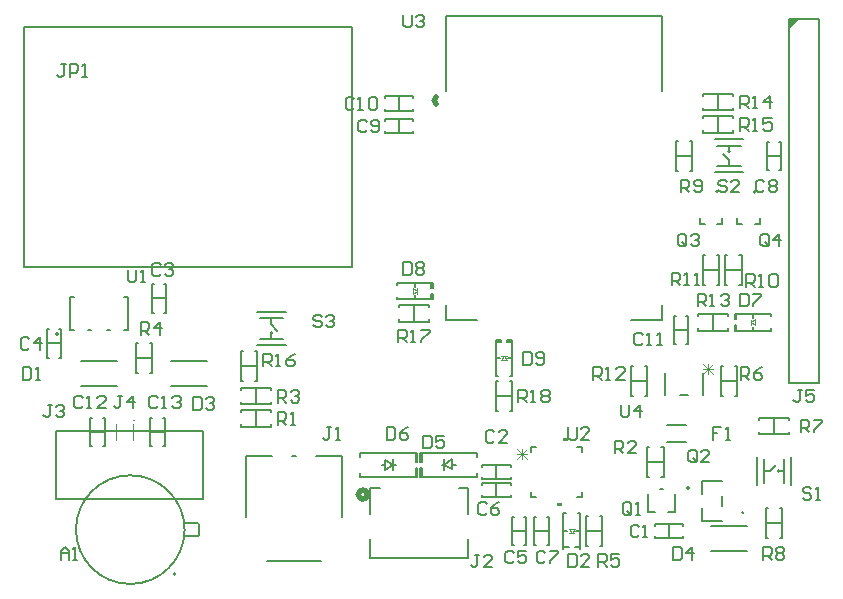
<source format=gto>
G04*
G04 #@! TF.GenerationSoftware,Altium Limited,Altium Designer,23.3.1 (30)*
G04*
G04 Layer_Color=8454143*
%FSLAX44Y44*%
%MOMM*%
G71*
G04*
G04 #@! TF.SameCoordinates,049E622D-B5B7-477E-837E-60E0A1272B7F*
G04*
G04*
G04 #@! TF.FilePolarity,Positive*
G04*
G01*
G75*
%ADD10C,0.5080*%
%ADD11C,0.1524*%
%ADD12C,0.1000*%
%ADD13C,0.2000*%
%ADD14C,0.1270*%
%ADD15C,0.1500*%
%ADD16C,0.0762*%
G36*
X474306Y61413D02*
X470496D01*
Y58873D01*
X474306D01*
Y61413D01*
D02*
G37*
G36*
X479307Y114499D02*
X475497D01*
Y117039D01*
X479307D01*
Y114499D01*
D02*
G37*
G36*
X667150Y471800D02*
Y462800D01*
X676150Y471800D01*
X667150D01*
D02*
G37*
D10*
X309865Y68906D02*
G03*
X309865Y68906I-3810J0D01*
G01*
X367805Y405486D02*
G03*
X367805Y399693I2475J-2896D01*
G01*
D11*
X638222Y325247D02*
G03*
X638222Y325247I-762J0D01*
G01*
X48133Y204597D02*
G03*
X48133Y204597I-1270J0D01*
G01*
X582803Y74549D02*
G03*
X582803Y74549I-1270J0D01*
G01*
X628396Y53500D02*
G03*
X628396Y53500I-762J0D01*
G01*
X606472Y325247D02*
G03*
X606472Y325247I-762J0D01*
G01*
X312405Y15240D02*
X394955D01*
Y31110D01*
X387227Y74676D02*
X394955D01*
X312405Y52702D02*
Y74676D01*
X320133D01*
X312405Y15240D02*
Y31110D01*
X394955Y52702D02*
Y74676D01*
X637820Y297815D02*
X641985D01*
X622935D02*
Y303231D01*
Y297815D02*
X627101D01*
X641985D02*
Y303231D01*
X376630Y216775D02*
X403021D01*
X559256D02*
Y229717D01*
X376630Y474331D02*
X559256D01*
X376630Y410362D02*
Y474331D01*
Y216775D02*
Y229717D01*
X559256Y410362D02*
Y474331D01*
X532865Y216775D02*
X559256D01*
X245931Y101473D02*
X249370D01*
X206883D02*
X229370D01*
X206883Y49548D02*
Y101473D01*
X265931D02*
X288417D01*
Y49548D02*
Y101473D01*
X224970Y12827D02*
X270330D01*
X143510Y182245D02*
X173990D01*
X143510Y160655D02*
X173990D01*
X67310D02*
X97790D01*
X67310Y182245D02*
X97790D01*
X103544Y208026D02*
X106807D01*
X88925D02*
X91556D01*
X73544D02*
X76175D01*
X58293D02*
Y236474D01*
X103544D02*
X106807D01*
Y208026D02*
Y236474D01*
X58293Y208026D02*
X61556D01*
X58293Y236474D02*
X61556D01*
X564160Y53721D02*
X570103D01*
X557659Y73279D02*
X559941D01*
X547497Y53721D02*
Y69659D01*
Y53721D02*
X553441D01*
X570103D02*
Y69659D01*
X593090Y46736D02*
Y57379D01*
X609854Y59621D02*
Y67379D01*
X593090Y80264D02*
X609854D01*
X593090Y69621D02*
Y80264D01*
Y46736D02*
X609854D01*
X600710Y42545D02*
X631190D01*
X600710Y20955D02*
X631190D01*
X593598Y153289D02*
Y171831D01*
X574472Y153289D02*
X581229D01*
X562102D02*
Y171831D01*
X491109Y105057D02*
Y109165D01*
X487001Y66747D02*
X491109D01*
X448691D02*
Y70855D01*
Y105057D02*
Y109165D01*
X487001D02*
X491109D01*
Y66747D02*
Y70855D01*
X448691Y66747D02*
X452799D01*
X448691Y109165D02*
X452799D01*
X610235Y297815D02*
Y303231D01*
X591185Y297815D02*
X595351D01*
X591185D02*
Y303231D01*
X606069Y297815D02*
X610235D01*
X54358Y433322D02*
X50803D01*
X52580D01*
Y424435D01*
X50803Y422658D01*
X49026D01*
X47248Y424435D01*
X57913Y422658D02*
Y433322D01*
X63245D01*
X65022Y431545D01*
Y427990D01*
X63245Y426213D01*
X57913D01*
X68577Y422658D02*
X72132D01*
X70354D01*
Y433322D01*
X68577Y431545D01*
X568963Y24382D02*
Y13718D01*
X574295D01*
X576073Y15495D01*
Y22605D01*
X574295Y24382D01*
X568963D01*
X584960Y13718D02*
Y24382D01*
X579627Y19050D01*
X586737D01*
X524513Y145032D02*
Y136145D01*
X526290Y134368D01*
X529845D01*
X531623Y136145D01*
Y145032D01*
X540510Y134368D02*
Y145032D01*
X535177Y139700D01*
X542287D01*
X340363Y475232D02*
Y466345D01*
X342140Y464568D01*
X345695D01*
X347473Y466345D01*
Y475232D01*
X351027Y473455D02*
X352805Y475232D01*
X356360D01*
X358137Y473455D01*
Y471677D01*
X356360Y469900D01*
X354582D01*
X356360D01*
X358137Y468123D01*
Y466345D01*
X356360Y464568D01*
X352805D01*
X351027Y466345D01*
X480063Y125982D02*
Y117095D01*
X481840Y115318D01*
X485395D01*
X487173Y117095D01*
Y125982D01*
X497837Y115318D02*
X490728D01*
X497837Y122427D01*
Y124205D01*
X496060Y125982D01*
X492505D01*
X490728Y124205D01*
X107190Y259332D02*
Y250445D01*
X108968Y248668D01*
X112522D01*
X114300Y250445D01*
Y259332D01*
X117855Y248668D02*
X121410D01*
X119632D01*
Y259332D01*
X117855Y257555D01*
X271273Y219455D02*
X269495Y221232D01*
X265940D01*
X264163Y219455D01*
Y217677D01*
X265940Y215900D01*
X269495D01*
X271273Y214123D01*
Y212345D01*
X269495Y210568D01*
X265940D01*
X264163Y212345D01*
X274827Y219455D02*
X276605Y221232D01*
X280160D01*
X281937Y219455D01*
Y217677D01*
X280160Y215900D01*
X278382D01*
X280160D01*
X281937Y214123D01*
Y212345D01*
X280160Y210568D01*
X276605D01*
X274827Y212345D01*
X614173Y333755D02*
X612395Y335532D01*
X608840D01*
X607063Y333755D01*
Y331977D01*
X608840Y330200D01*
X612395D01*
X614173Y328423D01*
Y326645D01*
X612395Y324868D01*
X608840D01*
X607063Y326645D01*
X624837Y324868D02*
X617728D01*
X624837Y331977D01*
Y333755D01*
X623060Y335532D01*
X619505D01*
X617728Y333755D01*
X685800Y73405D02*
X684023Y75182D01*
X680468D01*
X678690Y73405D01*
Y71627D01*
X680468Y69850D01*
X684023D01*
X685800Y68073D01*
Y66295D01*
X684023Y64518D01*
X680468D01*
X678690Y66295D01*
X689355Y64518D02*
X692910D01*
X691132D01*
Y75182D01*
X689355Y73405D01*
X437519Y147068D02*
Y157732D01*
X442852D01*
X444629Y155955D01*
Y152400D01*
X442852Y150623D01*
X437519D01*
X441074D02*
X444629Y147068D01*
X448184D02*
X451739D01*
X449961D01*
Y157732D01*
X448184Y155955D01*
X457071D02*
X458848Y157732D01*
X462403D01*
X464181Y155955D01*
Y154177D01*
X462403Y152400D01*
X464181Y150623D01*
Y148845D01*
X462403Y147068D01*
X458848D01*
X457071Y148845D01*
Y150623D01*
X458848Y152400D01*
X457071Y154177D01*
Y155955D01*
X458848Y152400D02*
X462403D01*
X335919Y197868D02*
Y208532D01*
X341252D01*
X343029Y206755D01*
Y203200D01*
X341252Y201423D01*
X335919D01*
X339474D02*
X343029Y197868D01*
X346584D02*
X350139D01*
X348361D01*
Y208532D01*
X346584Y206755D01*
X355471Y208532D02*
X362581D01*
Y206755D01*
X355471Y199645D01*
Y197868D01*
X221619Y177548D02*
Y188212D01*
X226952D01*
X228729Y186435D01*
Y182880D01*
X226952Y181103D01*
X221619D01*
X225174D02*
X228729Y177548D01*
X232284D02*
X235839D01*
X234061D01*
Y188212D01*
X232284Y186435D01*
X248281Y188212D02*
X244726Y186435D01*
X241171Y182880D01*
Y179325D01*
X242948Y177548D01*
X246503D01*
X248281Y179325D01*
Y181103D01*
X246503Y182880D01*
X241171D01*
X625479Y376938D02*
Y387602D01*
X630812D01*
X632589Y385825D01*
Y382270D01*
X630812Y380493D01*
X625479D01*
X629034D02*
X632589Y376938D01*
X636144D02*
X639699D01*
X637921D01*
Y387602D01*
X636144Y385825D01*
X652141Y387602D02*
X645031D01*
Y382270D01*
X648586Y384047D01*
X650363D01*
X652141Y382270D01*
Y378715D01*
X650363Y376938D01*
X646808D01*
X645031Y378715D01*
X625479Y395988D02*
Y406652D01*
X630812D01*
X632589Y404875D01*
Y401320D01*
X630812Y399543D01*
X625479D01*
X629034D02*
X632589Y395988D01*
X636144D02*
X639699D01*
X637921D01*
Y406652D01*
X636144Y404875D01*
X650363Y395988D02*
Y406652D01*
X645031Y401320D01*
X652141D01*
X589439Y228328D02*
Y238992D01*
X594772D01*
X596549Y237215D01*
Y233660D01*
X594772Y231883D01*
X589439D01*
X592994D02*
X596549Y228328D01*
X600104D02*
X603659D01*
X601881D01*
Y238992D01*
X600104Y237215D01*
X608991D02*
X610769Y238992D01*
X614323D01*
X616101Y237215D01*
Y235437D01*
X614323Y233660D01*
X612546D01*
X614323D01*
X616101Y231883D01*
Y230105D01*
X614323Y228328D01*
X610769D01*
X608991Y230105D01*
X501019Y166118D02*
Y176782D01*
X506352D01*
X508129Y175005D01*
Y171450D01*
X506352Y169673D01*
X501019D01*
X504574D02*
X508129Y166118D01*
X511684D02*
X515239D01*
X513461D01*
Y176782D01*
X511684Y175005D01*
X527681Y166118D02*
X520571D01*
X527681Y173227D01*
Y175005D01*
X525903Y176782D01*
X522349D01*
X520571Y175005D01*
X567567Y246128D02*
Y256792D01*
X572899D01*
X574676Y255015D01*
Y251460D01*
X572899Y249683D01*
X567567D01*
X571122D02*
X574676Y246128D01*
X578231D02*
X581786D01*
X580009D01*
Y256792D01*
X578231Y255015D01*
X587118Y246128D02*
X590673D01*
X588896D01*
Y256792D01*
X587118Y255015D01*
X630559Y244858D02*
Y255522D01*
X635892D01*
X637669Y253745D01*
Y250190D01*
X635892Y248413D01*
X630559D01*
X634114D02*
X637669Y244858D01*
X641224D02*
X644779D01*
X643001D01*
Y255522D01*
X641224Y253745D01*
X650111D02*
X651888Y255522D01*
X655443D01*
X657221Y253745D01*
Y246635D01*
X655443Y244858D01*
X651888D01*
X650111Y246635D01*
Y253745D01*
X575313Y324868D02*
Y335532D01*
X580645D01*
X582423Y333755D01*
Y330200D01*
X580645Y328423D01*
X575313D01*
X578868D02*
X582423Y324868D01*
X585978Y326645D02*
X587755Y324868D01*
X591310D01*
X593087Y326645D01*
Y333755D01*
X591310Y335532D01*
X587755D01*
X585978Y333755D01*
Y331977D01*
X587755Y330200D01*
X593087D01*
X645163Y13718D02*
Y24382D01*
X650495D01*
X652273Y22605D01*
Y19050D01*
X650495Y17273D01*
X645163D01*
X648718D02*
X652273Y13718D01*
X655827Y22605D02*
X657605Y24382D01*
X661160D01*
X662937Y22605D01*
Y20827D01*
X661160Y19050D01*
X662937Y17273D01*
Y15495D01*
X661160Y13718D01*
X657605D01*
X655827Y15495D01*
Y17273D01*
X657605Y19050D01*
X655827Y20827D01*
Y22605D01*
X657605Y19050D02*
X661160D01*
X676913Y121668D02*
Y132332D01*
X682245D01*
X684023Y130555D01*
Y127000D01*
X682245Y125223D01*
X676913D01*
X680468D02*
X684023Y121668D01*
X687578Y132332D02*
X694687D01*
Y130555D01*
X687578Y123445D01*
Y121668D01*
X626113Y166118D02*
Y176782D01*
X631445D01*
X633223Y175005D01*
Y171450D01*
X631445Y169673D01*
X626113D01*
X629668D02*
X633223Y166118D01*
X643887Y176782D02*
X640332Y175005D01*
X636777Y171450D01*
Y167895D01*
X638555Y166118D01*
X642110D01*
X643887Y167895D01*
Y169673D01*
X642110Y171450D01*
X636777D01*
X505463Y7874D02*
Y18539D01*
X510795D01*
X512573Y16761D01*
Y13206D01*
X510795Y11429D01*
X505463D01*
X509018D02*
X512573Y7874D01*
X523237Y18539D02*
X516128D01*
Y13206D01*
X519682Y14984D01*
X521460D01*
X523237Y13206D01*
Y9651D01*
X521460Y7874D01*
X517905D01*
X516128Y9651D01*
X118113Y204218D02*
Y214882D01*
X123445D01*
X125223Y213105D01*
Y209550D01*
X123445Y207773D01*
X118113D01*
X121668D02*
X125223Y204218D01*
X134110D02*
Y214882D01*
X128777Y209550D01*
X135887D01*
X234190Y146797D02*
Y157462D01*
X239523D01*
X241300Y155684D01*
Y152129D01*
X239523Y150352D01*
X234190D01*
X237745D02*
X241300Y146797D01*
X244855Y155684D02*
X246632Y157462D01*
X250187D01*
X251965Y155684D01*
Y153907D01*
X250187Y152129D01*
X248410D01*
X250187D01*
X251965Y150352D01*
Y148575D01*
X250187Y146797D01*
X246632D01*
X244855Y148575D01*
X519433Y103888D02*
Y114552D01*
X524765D01*
X526543Y112775D01*
Y109220D01*
X524765Y107443D01*
X519433D01*
X522988D02*
X526543Y103888D01*
X537207D02*
X530097D01*
X537207Y110997D01*
Y112775D01*
X535430Y114552D01*
X531875D01*
X530097Y112775D01*
X234190Y128018D02*
Y138682D01*
X239523D01*
X241300Y136905D01*
Y133350D01*
X239523Y131573D01*
X234190D01*
X237745D02*
X241300Y128018D01*
X244855D02*
X248410D01*
X246632D01*
Y138682D01*
X244855Y136905D01*
X649733Y280925D02*
Y288035D01*
X647955Y289812D01*
X644400D01*
X642623Y288035D01*
Y280925D01*
X644400Y279148D01*
X647955D01*
X646178Y282703D02*
X649733Y279148D01*
X647955D02*
X649733Y280925D01*
X658620Y279148D02*
Y289812D01*
X653288Y284480D01*
X660397D01*
X579883Y280925D02*
Y288035D01*
X578105Y289812D01*
X574550D01*
X572773Y288035D01*
Y280925D01*
X574550Y279148D01*
X578105D01*
X576328Y282703D02*
X579883Y279148D01*
X578105D02*
X579883Y280925D01*
X583438Y288035D02*
X585215Y289812D01*
X588770D01*
X590547Y288035D01*
Y286257D01*
X588770Y284480D01*
X586992D01*
X588770D01*
X590547Y282703D01*
Y280925D01*
X588770Y279148D01*
X585215D01*
X583438Y280925D01*
X588773Y98045D02*
Y105155D01*
X586995Y106932D01*
X583440D01*
X581663Y105155D01*
Y98045D01*
X583440Y96268D01*
X586995D01*
X585218Y99823D02*
X588773Y96268D01*
X586995D02*
X588773Y98045D01*
X599437Y96268D02*
X592327D01*
X599437Y103377D01*
Y105155D01*
X597660Y106932D01*
X594105D01*
X592327Y105155D01*
X533400Y53595D02*
Y60705D01*
X531623Y62482D01*
X528068D01*
X526290Y60705D01*
Y53595D01*
X528068Y51818D01*
X531623D01*
X529845Y55373D02*
X533400Y51818D01*
X531623D02*
X533400Y53595D01*
X536955Y51818D02*
X540510D01*
X538732D01*
Y62482D01*
X536955Y60705D01*
X677673Y157732D02*
X674118D01*
X675895D01*
Y148845D01*
X674118Y147068D01*
X672340D01*
X670563Y148845D01*
X688337Y157732D02*
X681227D01*
Y152400D01*
X684782Y154177D01*
X686560D01*
X688337Y152400D01*
Y148845D01*
X686560Y147068D01*
X683005D01*
X681227Y148845D01*
X102363Y152652D02*
X98808D01*
X100585D01*
Y143765D01*
X98808Y141988D01*
X97030D01*
X95253Y143765D01*
X111250Y141988D02*
Y152652D01*
X105917Y147320D01*
X113027D01*
X42673Y145032D02*
X39118D01*
X40895D01*
Y136145D01*
X39118Y134368D01*
X37340D01*
X35563Y136145D01*
X46227Y143255D02*
X48005Y145032D01*
X51560D01*
X53337Y143255D01*
Y141477D01*
X51560Y139700D01*
X49782D01*
X51560D01*
X53337Y137923D01*
Y136145D01*
X51560Y134368D01*
X48005D01*
X46227Y136145D01*
X404623Y18032D02*
X401068D01*
X402845D01*
Y9145D01*
X401068Y7368D01*
X399290D01*
X397513Y9145D01*
X415287Y7368D02*
X408177D01*
X415287Y14477D01*
Y16255D01*
X413510Y18032D01*
X409955D01*
X408177Y16255D01*
X279400Y125982D02*
X275845D01*
X277623D01*
Y117095D01*
X275845Y115318D01*
X274068D01*
X272290Y117095D01*
X282955Y115318D02*
X286510D01*
X284732D01*
Y125982D01*
X282955Y124205D01*
X609600Y125982D02*
X602490D01*
Y120650D01*
X606045D01*
X602490D01*
Y115318D01*
X613155D02*
X616710D01*
X614932D01*
Y125982D01*
X613155Y124205D01*
X441963Y189482D02*
Y178818D01*
X447295D01*
X449073Y180595D01*
Y187705D01*
X447295Y189482D01*
X441963D01*
X452627Y180595D02*
X454405Y178818D01*
X457960D01*
X459737Y180595D01*
Y187705D01*
X457960Y189482D01*
X454405D01*
X452627Y187705D01*
Y185927D01*
X454405Y184150D01*
X459737D01*
X340363Y265682D02*
Y255018D01*
X345695D01*
X347473Y256795D01*
Y263905D01*
X345695Y265682D01*
X340363D01*
X351027Y263905D02*
X352805Y265682D01*
X356360D01*
X358137Y263905D01*
Y262127D01*
X356360Y260350D01*
X358137Y258573D01*
Y256795D01*
X356360Y255018D01*
X352805D01*
X351027Y256795D01*
Y258573D01*
X352805Y260350D01*
X351027Y262127D01*
Y263905D01*
X352805Y260350D02*
X356360D01*
X625633Y238992D02*
Y228328D01*
X630965D01*
X632743Y230105D01*
Y237215D01*
X630965Y238992D01*
X625633D01*
X636297D02*
X643407D01*
Y237215D01*
X636297Y230105D01*
Y228328D01*
X326393Y125982D02*
Y115318D01*
X331725D01*
X333503Y117095D01*
Y124205D01*
X331725Y125982D01*
X326393D01*
X344167D02*
X340612Y124205D01*
X337057Y120650D01*
Y117095D01*
X338835Y115318D01*
X342390D01*
X344167Y117095D01*
Y118873D01*
X342390Y120650D01*
X337057D01*
X357093Y118688D02*
Y108024D01*
X362425D01*
X364203Y109801D01*
Y116911D01*
X362425Y118688D01*
X357093D01*
X374867D02*
X367757D01*
Y113356D01*
X371312Y115133D01*
X373090D01*
X374867Y113356D01*
Y109801D01*
X373090Y108024D01*
X369535D01*
X367757Y109801D01*
X162563Y151382D02*
Y140718D01*
X167895D01*
X169673Y142495D01*
Y149605D01*
X167895Y151382D01*
X162563D01*
X173227Y149605D02*
X175005Y151382D01*
X178560D01*
X180337Y149605D01*
Y147827D01*
X178560Y146050D01*
X176782D01*
X178560D01*
X180337Y144273D01*
Y142495D01*
X178560Y140718D01*
X175005D01*
X173227Y142495D01*
X480063Y18539D02*
Y7874D01*
X485395D01*
X487173Y9651D01*
Y16761D01*
X485395Y18539D01*
X480063D01*
X497837Y7874D02*
X490728D01*
X497837Y14984D01*
Y16761D01*
X496060Y18539D01*
X492505D01*
X490728Y16761D01*
X18290Y176782D02*
Y166118D01*
X23623D01*
X25400Y167895D01*
Y175005D01*
X23623Y176782D01*
X18290D01*
X28955Y166118D02*
X32510D01*
X30732D01*
Y176782D01*
X28955Y175005D01*
X132209Y150875D02*
X130432Y152652D01*
X126877D01*
X125099Y150875D01*
Y143765D01*
X126877Y141988D01*
X130432D01*
X132209Y143765D01*
X135764Y141988D02*
X139319D01*
X137541D01*
Y152652D01*
X135764Y150875D01*
X144651D02*
X146428Y152652D01*
X149983D01*
X151761Y150875D01*
Y149097D01*
X149983Y147320D01*
X148206D01*
X149983D01*
X151761Y145543D01*
Y143765D01*
X149983Y141988D01*
X146428D01*
X144651Y143765D01*
X68709Y150875D02*
X66932Y152652D01*
X63377D01*
X61599Y150875D01*
Y143765D01*
X63377Y141988D01*
X66932D01*
X68709Y143765D01*
X72264Y141988D02*
X75819D01*
X74041D01*
Y152652D01*
X72264Y150875D01*
X88261Y141988D02*
X81151D01*
X88261Y149097D01*
Y150875D01*
X86483Y152652D01*
X82928D01*
X81151Y150875D01*
X542926Y204215D02*
X541149Y205992D01*
X537594D01*
X535817Y204215D01*
Y197105D01*
X537594Y195328D01*
X541149D01*
X542926Y197105D01*
X546481Y195328D02*
X550036D01*
X548259D01*
Y205992D01*
X546481Y204215D01*
X555368Y195328D02*
X558923D01*
X557146D01*
Y205992D01*
X555368Y204215D01*
X298579Y403605D02*
X296802Y405382D01*
X293247D01*
X291469Y403605D01*
Y396495D01*
X293247Y394718D01*
X296802D01*
X298579Y396495D01*
X302134Y394718D02*
X305689D01*
X303911D01*
Y405382D01*
X302134Y403605D01*
X311021D02*
X312799Y405382D01*
X316353D01*
X318131Y403605D01*
Y396495D01*
X316353Y394718D01*
X312799D01*
X311021Y396495D01*
Y403605D01*
X309373Y384555D02*
X307595Y386332D01*
X304040D01*
X302263Y384555D01*
Y377445D01*
X304040Y375668D01*
X307595D01*
X309373Y377445D01*
X312927D02*
X314705Y375668D01*
X318260D01*
X320037Y377445D01*
Y384555D01*
X318260Y386332D01*
X314705D01*
X312927Y384555D01*
Y382777D01*
X314705Y381000D01*
X320037D01*
X645923Y333755D02*
X644145Y335532D01*
X640590D01*
X638813Y333755D01*
Y326645D01*
X640590Y324868D01*
X644145D01*
X645923Y326645D01*
X649477Y333755D02*
X651255Y335532D01*
X654810D01*
X656587Y333755D01*
Y331977D01*
X654810Y330200D01*
X656587Y328423D01*
Y326645D01*
X654810Y324868D01*
X651255D01*
X649477Y326645D01*
Y328423D01*
X651255Y330200D01*
X649477Y331977D01*
Y333755D01*
X651255Y330200D02*
X654810D01*
X460503Y19739D02*
X458725Y21516D01*
X455170D01*
X453393Y19739D01*
Y12629D01*
X455170Y10852D01*
X458725D01*
X460503Y12629D01*
X464058Y21516D02*
X471167D01*
Y19739D01*
X464058Y12629D01*
Y10852D01*
X410973Y60705D02*
X409195Y62482D01*
X405640D01*
X403863Y60705D01*
Y53595D01*
X405640Y51818D01*
X409195D01*
X410973Y53595D01*
X421637Y62482D02*
X418082Y60705D01*
X414528Y57150D01*
Y53595D01*
X416305Y51818D01*
X419860D01*
X421637Y53595D01*
Y55373D01*
X419860Y57150D01*
X414528D01*
X433833Y19739D02*
X432055Y21516D01*
X428500D01*
X426723Y19739D01*
Y12629D01*
X428500Y10852D01*
X432055D01*
X433833Y12629D01*
X444497Y21516D02*
X437388D01*
Y16184D01*
X440942Y17961D01*
X442720D01*
X444497Y16184D01*
Y12629D01*
X442720Y10852D01*
X439165D01*
X437388Y12629D01*
X23623Y200505D02*
X21845Y202282D01*
X18290D01*
X16513Y200505D01*
Y193395D01*
X18290Y191618D01*
X21845D01*
X23623Y193395D01*
X32510Y191618D02*
Y202282D01*
X27177Y196950D01*
X34287D01*
X134872Y263141D02*
X133094Y264918D01*
X129539D01*
X127762Y263141D01*
Y256031D01*
X129539Y254254D01*
X133094D01*
X134872Y256031D01*
X138427Y263141D02*
X140204Y264918D01*
X143759D01*
X145536Y263141D01*
Y261364D01*
X143759Y259586D01*
X141981D01*
X143759D01*
X145536Y257809D01*
Y256031D01*
X143759Y254254D01*
X140204D01*
X138427Y256031D01*
X417323Y121665D02*
X415545Y123442D01*
X411990D01*
X410213Y121665D01*
Y114555D01*
X411990Y112778D01*
X415545D01*
X417323Y114555D01*
X427987Y112778D02*
X420877D01*
X427987Y119887D01*
Y121665D01*
X426210Y123442D01*
X422655D01*
X420877Y121665D01*
X539750Y41655D02*
X537973Y43432D01*
X534418D01*
X532640Y41655D01*
Y34545D01*
X534418Y32768D01*
X537973D01*
X539750Y34545D01*
X543305Y32768D02*
X546860D01*
X545082D01*
Y43432D01*
X543305Y41655D01*
X50040Y13718D02*
Y20827D01*
X53595Y24382D01*
X57150Y20827D01*
Y13718D01*
Y19050D01*
X50040D01*
X60705Y13718D02*
X64260D01*
X62482D01*
Y24382D01*
X60705Y22605D01*
D12*
X112640Y131920D02*
G03*
X112640Y131920I-500J0D01*
G01*
X96640Y114920D02*
Y128920D01*
X111640Y114920D02*
Y128920D01*
X480178Y39913D02*
X482678Y36413D01*
X480178Y39913D02*
X482678D01*
X480428Y36413D02*
X482678D01*
X484928D01*
X482678Y39913D02*
X485178D01*
X482678Y36413D02*
X485178Y39913D01*
X634520Y214610D02*
X638020Y212110D01*
Y214610D01*
X634520Y212360D02*
Y214610D01*
Y216860D01*
X638020Y214610D02*
Y217110D01*
X634520Y214610D02*
X638020Y217110D01*
X425450Y185900D02*
X427950Y182400D01*
X425450D02*
X427950D01*
X425450Y185900D02*
X427700D01*
X423200D02*
X425450D01*
X422950Y182400D02*
X425450D01*
X422950D02*
X425450Y185900D01*
X348290Y243800D02*
X351790Y241300D01*
X348290D02*
Y243800D01*
X351790Y241300D02*
Y243550D01*
Y239050D02*
Y241300D01*
X348290Y238800D02*
Y241300D01*
Y238800D02*
X351790Y241300D01*
D13*
X229598Y205782D02*
G03*
X229598Y205782I-1000J0D01*
G01*
X147540Y1690D02*
G03*
X147540Y1690I-1000J0D01*
G01*
X658818Y88897D02*
G03*
X658818Y88897I-1000J0D01*
G01*
X616953Y359368D02*
G03*
X616953Y359368I-1000J0D01*
G01*
X297180Y261620D02*
Y464820D01*
X19050Y261620D02*
X297180D01*
X19050Y464820D02*
X297180D01*
X19050Y261620D02*
Y464820D01*
X46550Y65150D02*
X170550D01*
X46550D02*
Y122650D01*
X170550D01*
Y65150D02*
Y122650D01*
X228598Y213282D02*
X233348Y207782D01*
X218598Y218282D02*
X238598D01*
X228598Y213282D02*
Y218282D01*
Y200782D02*
Y205782D01*
X218598Y200782D02*
X238598D01*
X216598Y223532D02*
X240598D01*
X216598Y195532D02*
X240598D01*
X666750Y163500D02*
Y471500D01*
Y163500D02*
X692150D01*
Y471500D01*
X666750D02*
X692150D01*
X650318Y88897D02*
X655818Y93647D01*
X645318Y78898D02*
Y98897D01*
Y88897D02*
X650318D01*
X657818D02*
X662818D01*
Y78898D02*
Y98897D01*
X640068Y76898D02*
Y100898D01*
X668068Y76898D02*
Y100898D01*
X563500Y113400D02*
X579500D01*
X563500Y127900D02*
X579500D01*
X374650Y89306D02*
Y99306D01*
Y94306D02*
X381650Y90306D01*
X374650Y94306D02*
X381650Y99306D01*
Y90306D02*
Y99306D01*
X372650Y94306D02*
X374650D01*
X381650D02*
X384650D01*
X331910Y89306D02*
Y99306D01*
X324910Y98306D02*
X331910Y94306D01*
X324910Y89306D02*
X331910Y94306D01*
X324910Y89306D02*
Y98306D01*
X331910Y94306D02*
X333910D01*
X321910D02*
X324910D01*
X611203Y357368D02*
X615953Y351868D01*
X605953Y346868D02*
X625953D01*
X615953D02*
Y351868D01*
Y359368D02*
Y364368D01*
X605953D02*
X625953D01*
X603953Y341618D02*
X627953D01*
X603953Y369618D02*
X627953D01*
D14*
X155040Y39190D02*
G03*
X155040Y39190I-46000J0D01*
G01*
X165040Y33440D02*
G03*
X167540Y35940I0J2500D01*
G01*
Y42439D02*
G03*
X165040Y44939I-2500J0D01*
G01*
X155040Y33440D02*
X165040D01*
X155040Y44939D02*
X165040D01*
X167540Y35940D02*
Y42439D01*
D15*
X215900Y145400D02*
Y159400D01*
X203200Y157480D02*
Y159400D01*
X228600D01*
Y157480D02*
Y159400D01*
Y145400D02*
Y147320D01*
X203200Y145400D02*
X228600D01*
X203200D02*
Y147320D01*
X215900Y126350D02*
Y140350D01*
X228600Y126350D02*
Y128270D01*
X203200Y126350D02*
X228600D01*
X203200D02*
Y128270D01*
Y138430D02*
Y140350D01*
X228600D01*
Y138430D02*
Y140350D01*
X202550Y177800D02*
X216550D01*
X214630Y190500D02*
X216550D01*
Y165100D02*
Y190500D01*
X214630Y165100D02*
X216550D01*
X202550D02*
X204470D01*
X202550D02*
Y190500D01*
X204470D01*
X137850Y222950D02*
X139600D01*
Y246950D01*
X137850D02*
X139600D01*
X127100D02*
X128850D01*
X127100Y222950D02*
Y246950D01*
Y222950D02*
X128850D01*
X127100Y234950D02*
X139600D01*
X48950Y184850D02*
X50700D01*
Y208850D01*
X48950D02*
X50700D01*
X38200D02*
X39950D01*
X38200Y184850D02*
Y208850D01*
Y184850D02*
X39950D01*
X38200Y196850D02*
X50700D01*
X113650Y184150D02*
X127650D01*
X125730Y196850D02*
X127650D01*
Y171450D02*
Y196850D01*
X125730Y171450D02*
X127650D01*
X113650D02*
X115570D01*
X113650D02*
Y196850D01*
X115570D01*
X324550Y374750D02*
Y376500D01*
Y374750D02*
X348550D01*
Y376500D01*
Y385500D02*
Y387250D01*
X324550D02*
X348550D01*
X324550Y385500D02*
Y387250D01*
X336550Y374750D02*
Y387250D01*
X75030Y133920D02*
X76780D01*
X75030Y109920D02*
Y133920D01*
Y109920D02*
X76780D01*
X85780D02*
X87530D01*
Y133920D01*
X85780D02*
X87530D01*
X75030Y121920D02*
X87530D01*
X324550Y393800D02*
Y395550D01*
Y393800D02*
X348550D01*
Y395550D01*
Y404550D02*
Y406300D01*
X324550D02*
X348550D01*
X324550Y404550D02*
Y406300D01*
X336550Y393800D02*
Y406300D01*
X486178Y38163D02*
X489678D01*
X475678D02*
X479178D01*
X475678Y53403D02*
X477598D01*
X475678Y23163D02*
Y53403D01*
Y24193D02*
X480138D01*
X485218D02*
X489678D01*
Y23163D02*
Y53403D01*
X487758D02*
X489678D01*
X494650Y38100D02*
X508650D01*
X494650Y25400D02*
X496570D01*
X494650D02*
Y50800D01*
X496570D01*
X506730D02*
X508650D01*
Y25400D02*
Y50800D01*
X506730Y25400D02*
X508650D01*
X577150Y42600D02*
Y44350D01*
X553150D02*
X577150D01*
X553150Y42600D02*
Y44350D01*
Y31850D02*
Y33600D01*
Y31850D02*
X577150D01*
Y33600D01*
X565150Y31850D02*
Y44350D01*
X349250Y215250D02*
Y229250D01*
X336550Y227330D02*
Y229250D01*
X361950D01*
Y227330D02*
Y229250D01*
Y215250D02*
Y217170D01*
X336550Y215250D02*
X361950D01*
X336550D02*
Y217170D01*
X654050Y120000D02*
Y134000D01*
X666750Y120000D02*
Y121920D01*
X641350Y120000D02*
X666750D01*
X641350D02*
Y121920D01*
Y132080D02*
Y134000D01*
X666750D01*
Y132080D02*
Y134000D01*
X546720Y96520D02*
X560720D01*
X546720Y83820D02*
X548640D01*
X546720D02*
Y109220D01*
X548640D01*
X558800D02*
X560720D01*
Y83820D02*
Y109220D01*
X558800Y83820D02*
X560720D01*
X647050Y44450D02*
X661050D01*
X647050Y31750D02*
X648970D01*
X647050D02*
Y57150D01*
X648970D01*
X659130D02*
X661050D01*
Y31750D02*
Y57150D01*
X659130Y31750D02*
X661050D01*
X636270Y218110D02*
Y221610D01*
X621030Y212070D02*
X622300D01*
X621030Y207610D02*
Y212070D01*
Y207610D02*
X622300D01*
X621030Y217150D02*
X622300D01*
X621030D02*
Y221610D01*
X622300D01*
X636270Y207610D02*
Y211110D01*
X651510Y207610D02*
Y209530D01*
X621270Y207610D02*
X651510D01*
X622300D02*
Y212070D01*
Y217150D02*
Y221610D01*
X622270D02*
X651510D01*
Y219690D02*
Y221610D01*
X593710Y259080D02*
X607710D01*
X593710Y246380D02*
X595630D01*
X593710D02*
Y271780D01*
X595630D01*
X605790D02*
X607710D01*
Y246380D02*
Y271780D01*
X605790Y246380D02*
X607710D01*
X612760Y259080D02*
X626760D01*
X612760Y246380D02*
X614680D01*
X612760D02*
Y271780D01*
X614680D01*
X624840D02*
X626760D01*
Y246380D02*
Y271780D01*
X624840Y246380D02*
X626760D01*
X602770Y207610D02*
Y221610D01*
X615470Y207610D02*
Y209530D01*
X590070Y207610D02*
X615470D01*
X590070D02*
Y209530D01*
Y219690D02*
Y221610D01*
X615470D01*
Y219690D02*
Y221610D01*
X418450Y184150D02*
X421950D01*
X428950D02*
X432450D01*
X430530Y168910D02*
X432450D01*
Y199150D01*
X427990Y198120D02*
X432450D01*
X418450D02*
X422910D01*
X418450Y168910D02*
Y199150D01*
Y168910D02*
X420370D01*
X432450Y198120D02*
Y199390D01*
X427990D02*
X432450D01*
X427990Y198120D02*
Y199390D01*
X418450Y198120D02*
Y199390D01*
X422910D01*
Y198120D02*
Y199390D01*
X579810Y196280D02*
X581560D01*
Y220280D01*
X579810D02*
X581560D01*
X569060D02*
X570810D01*
X569060Y196280D02*
Y220280D01*
Y196280D02*
X570810D01*
X569060Y208280D02*
X581560D01*
X418450Y152400D02*
X432450D01*
X430530Y165100D02*
X432450D01*
Y139700D02*
Y165100D01*
X430530Y139700D02*
X432450D01*
X418450D02*
X420370D01*
X418450D02*
Y165100D01*
X420370D01*
X407100Y81706D02*
Y83456D01*
Y81706D02*
X431100D01*
Y83456D01*
Y92456D02*
Y94206D01*
X407100D02*
X431100D01*
X407100Y92456D02*
Y94206D01*
X419100Y81706D02*
Y94206D01*
X407100Y66466D02*
Y68216D01*
Y66466D02*
X431100D01*
Y68216D01*
Y77216D02*
Y78966D01*
X407100D02*
X431100D01*
X407100Y77216D02*
Y78966D01*
X419100Y66466D02*
Y78966D01*
X532750Y165100D02*
X546750D01*
X532750Y152400D02*
X534670D01*
X532750D02*
Y177800D01*
X534670D01*
X544830D02*
X546750D01*
Y152400D02*
Y177800D01*
X544830Y152400D02*
X546750D01*
X355790Y84146D02*
Y91766D01*
X354520D02*
X355790D01*
X354520Y84146D02*
Y91766D01*
Y84146D02*
X355790D01*
X354520Y104466D02*
X355790D01*
X354520Y96846D02*
Y104466D01*
Y96846D02*
X355790D01*
Y104466D01*
Y84146D02*
X402780D01*
X355790Y104466D02*
X402780D01*
Y84146D02*
Y87556D01*
Y101056D02*
Y104466D01*
X350770Y96846D02*
Y104466D01*
Y96846D02*
X352040D01*
Y104466D01*
X350770D02*
X352040D01*
X350770Y84146D02*
X352040D01*
Y91766D01*
X350770D02*
X352040D01*
X350770Y84146D02*
Y91766D01*
X303780Y104466D02*
X350770D01*
X303780Y84146D02*
X350770D01*
X303780Y101056D02*
Y104466D01*
Y84146D02*
Y87556D01*
X461700Y26100D02*
X463450D01*
Y50100D01*
X461700D02*
X463450D01*
X450950D02*
X452700D01*
X450950Y26100D02*
Y50100D01*
Y26100D02*
X452700D01*
X450950Y38100D02*
X463450D01*
X442650Y26100D02*
X444400D01*
Y50100D01*
X442650D02*
X444400D01*
X431900D02*
X433650D01*
X431900Y26100D02*
Y50100D01*
Y26100D02*
X433650D01*
X431900Y38100D02*
X444400D01*
X608950Y165100D02*
X622950D01*
X608950Y152400D02*
X610870D01*
X608950D02*
Y177800D01*
X610870D01*
X621030D02*
X622950D01*
Y152400D02*
Y177800D01*
X621030Y152400D02*
X622950D01*
X334800Y234300D02*
Y236220D01*
Y234300D02*
X365040D01*
X364010D02*
Y238760D01*
Y243840D02*
Y248300D01*
X334800D02*
X365040D01*
X334800Y246380D02*
Y248300D01*
X364010Y234300D02*
X365280D01*
Y238760D01*
X364010D02*
X365280D01*
X364010Y248300D02*
X365280D01*
Y243840D02*
Y248300D01*
X364010Y243840D02*
X365280D01*
X350040Y234300D02*
Y237800D01*
Y244800D02*
Y248300D01*
X647800Y367600D02*
X649550D01*
X647800Y343600D02*
Y367600D01*
Y343600D02*
X649550D01*
X658550D02*
X660300D01*
Y367600D01*
X658550D02*
X660300D01*
X647800Y355600D02*
X660300D01*
X125830Y133920D02*
X127580D01*
X125830Y109920D02*
Y133920D01*
Y109920D02*
X127580D01*
X136580D02*
X138330D01*
Y133920D01*
X136580D02*
X138330D01*
X125830Y121920D02*
X138330D01*
X607060Y375270D02*
Y389270D01*
X594360Y387350D02*
Y389270D01*
X619760D01*
Y387350D02*
Y389270D01*
Y375270D02*
Y377190D01*
X594360Y375270D02*
X619760D01*
X594360D02*
Y377190D01*
X607060Y394320D02*
Y408320D01*
X594360Y406400D02*
Y408320D01*
X619760D01*
Y406400D02*
Y408320D01*
Y394320D02*
Y396240D01*
X594360Y394320D02*
X619760D01*
X594360D02*
Y396240D01*
X570850Y355600D02*
X584850D01*
X570850Y342900D02*
X572770D01*
X570850D02*
Y368300D01*
X572770D01*
X582930D02*
X584850D01*
Y342900D02*
Y368300D01*
X582930Y342900D02*
X584850D01*
D16*
X602248Y179227D02*
X593784Y170763D01*
Y179227D02*
X602248Y170763D01*
X598016Y179227D02*
Y170763D01*
X593784Y174995D02*
X602248D01*
X436372Y107190D02*
X444836Y98726D01*
X436372D02*
X444836Y107190D01*
X436372Y102958D02*
X444836D01*
X440604Y98726D02*
Y107190D01*
M02*

</source>
